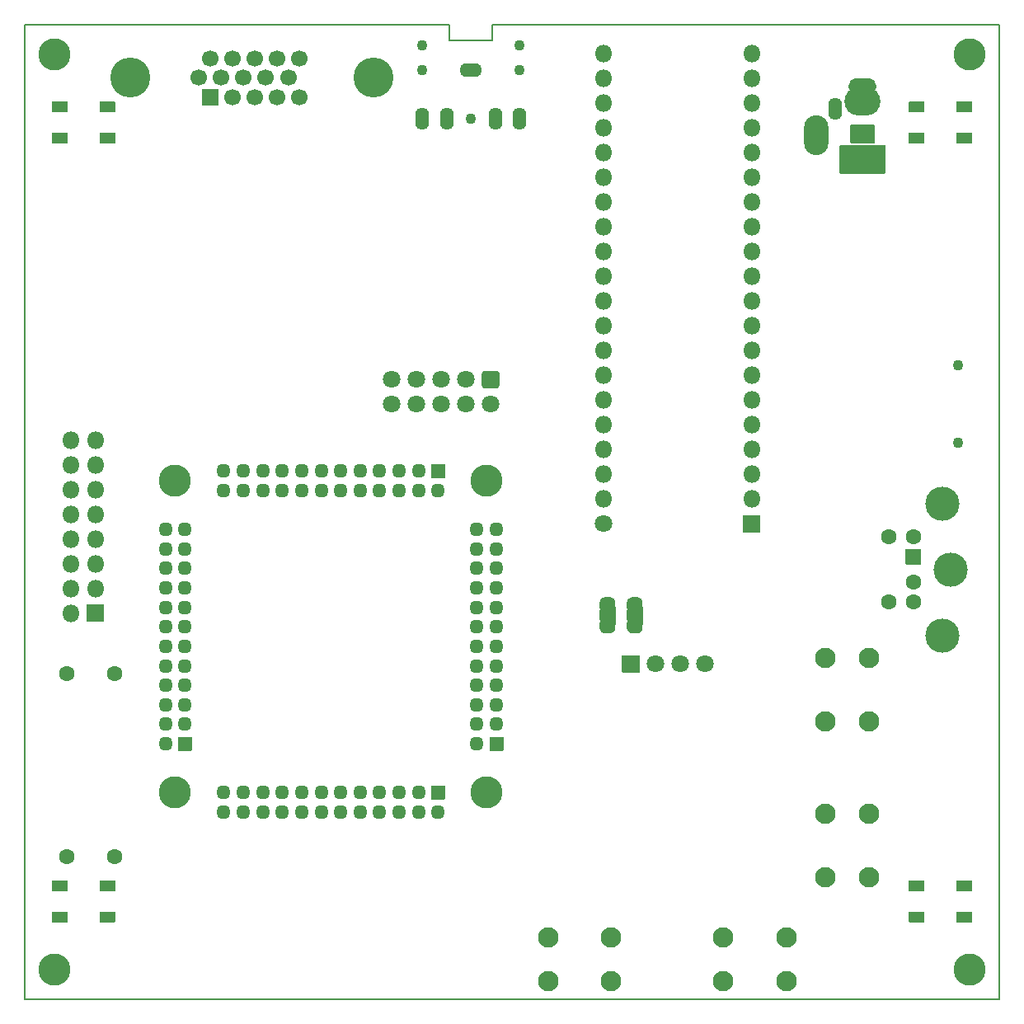
<source format=gbr>
%TF.GenerationSoftware,KiCad,Pcbnew,(5.1.10)-1*%
%TF.CreationDate,2022-11-11T04:49:51+00:00*%
%TF.ProjectId,HeikouBox,4865696b-6f75-4426-9f78-2e6b69636164,rev?*%
%TF.SameCoordinates,Original*%
%TF.FileFunction,Soldermask,Bot*%
%TF.FilePolarity,Negative*%
%FSLAX46Y46*%
G04 Gerber Fmt 4.6, Leading zero omitted, Abs format (unit mm)*
G04 Created by KiCad (PCBNEW (5.1.10)-1) date 2022-11-11 04:49:51*
%MOMM*%
%LPD*%
G01*
G04 APERTURE LIST*
%ADD10C,0.400000*%
%TA.AperFunction,Profile*%
%ADD11C,0.150000*%
%TD*%
%ADD12O,1.800000X1.800000*%
%ADD13C,1.800000*%
%ADD14C,0.100000*%
%ADD15O,2.900000X1.700000*%
%ADD16O,1.400000X2.300000*%
%ADD17O,3.700000X2.900000*%
%ADD18O,2.500000X4.100000*%
%ADD19C,3.500000*%
%ADD20C,1.600000*%
%ADD21C,1.100000*%
%ADD22O,2.300000X1.400000*%
%ADD23C,3.300000*%
%ADD24O,1.450000X1.450000*%
%ADD25C,2.100000*%
%ADD26C,1.700000*%
%ADD27C,4.100000*%
G04 APERTURE END LIST*
D10*
G36*
X78000000Y-81800000D02*
G01*
X76800000Y-81800000D01*
X76800000Y-80200000D01*
X78000000Y-80200000D01*
X78000000Y-81800000D01*
G37*
X78000000Y-81800000D02*
X76800000Y-81800000D01*
X76800000Y-80200000D01*
X78000000Y-80200000D01*
X78000000Y-81800000D01*
G36*
X75200000Y-81800000D02*
G01*
X74000000Y-81800000D01*
X74000000Y-80200000D01*
X75200000Y-80200000D01*
X75200000Y-81800000D01*
G37*
X75200000Y-81800000D02*
X74000000Y-81800000D01*
X74000000Y-80200000D01*
X75200000Y-80200000D01*
X75200000Y-81800000D01*
D11*
X62800000Y-20400000D02*
X114800000Y-20400000D01*
X62800000Y-22000000D02*
X62800000Y-20400000D01*
X58400000Y-22000000D02*
X62800000Y-22000000D01*
X58400000Y-20400000D02*
X58400000Y-22000000D01*
X114800000Y-120400000D02*
X114800000Y-20400000D01*
X14800000Y-120400000D02*
X114800000Y-120400000D01*
X14800000Y-20400000D02*
X14800000Y-120400000D01*
X58400000Y-20400000D02*
X14800000Y-20400000D01*
D12*
%TO.C,U501*%
X74160000Y-36040000D03*
X74160000Y-30960000D03*
X74160000Y-43660000D03*
X74160000Y-58900000D03*
X74160000Y-53820000D03*
X74160000Y-61440000D03*
X74160000Y-23340000D03*
X74160000Y-46200000D03*
X74160000Y-28420000D03*
X74160000Y-41120000D03*
X74160000Y-56360000D03*
X74160000Y-48740000D03*
X74160000Y-66520000D03*
X74160000Y-69060000D03*
X74160000Y-51280000D03*
D13*
X74160000Y-71600000D03*
D12*
X74160000Y-38580000D03*
X74160000Y-25880000D03*
X74160000Y-33500000D03*
X74160000Y-63980000D03*
X89400000Y-33500000D03*
G36*
G01*
X90300000Y-70750000D02*
X90300000Y-72450000D01*
G75*
G02*
X90250000Y-72500000I-50000J0D01*
G01*
X88550000Y-72500000D01*
G75*
G02*
X88500000Y-72450000I0J50000D01*
G01*
X88500000Y-70750000D01*
G75*
G02*
X88550000Y-70700000I50000J0D01*
G01*
X90250000Y-70700000D01*
G75*
G02*
X90300000Y-70750000I0J-50000D01*
G01*
G37*
X89400000Y-38580000D03*
X89400000Y-41120000D03*
X89400000Y-48740000D03*
X89400000Y-53820000D03*
X89400000Y-30960000D03*
X89400000Y-63980000D03*
X89400000Y-61440000D03*
X89400000Y-28420000D03*
X89400000Y-51280000D03*
X89400000Y-56360000D03*
X89400000Y-36040000D03*
X89400000Y-46200000D03*
X89400000Y-23340000D03*
X89400000Y-25880000D03*
X89400000Y-43660000D03*
X89400000Y-58900000D03*
X89400000Y-69060000D03*
X89400000Y-66520000D03*
%TD*%
D13*
%TO.C,DS501*%
X84620000Y-86000000D03*
X82080000Y-86000000D03*
X79540000Y-86000000D03*
G36*
G01*
X76100000Y-86850000D02*
X76100000Y-85150000D01*
G75*
G02*
X76150000Y-85100000I50000J0D01*
G01*
X77850000Y-85100000D01*
G75*
G02*
X77900000Y-85150000I0J-50000D01*
G01*
X77900000Y-86850000D01*
G75*
G02*
X77850000Y-86900000I-50000J0D01*
G01*
X76150000Y-86900000D01*
G75*
G02*
X76100000Y-86850000I0J50000D01*
G01*
G37*
%TD*%
D14*
%TO.C,JP502*%
G36*
X75399039Y-80259755D02*
G01*
X75396194Y-80269134D01*
X75391573Y-80277779D01*
X75385355Y-80285355D01*
X75377779Y-80291573D01*
X75369134Y-80296194D01*
X75359755Y-80299039D01*
X75350000Y-80300000D01*
X73850000Y-80300000D01*
X73840245Y-80299039D01*
X73830866Y-80296194D01*
X73822221Y-80291573D01*
X73814645Y-80285355D01*
X73808427Y-80277779D01*
X73803806Y-80269134D01*
X73800961Y-80259755D01*
X73800000Y-80250000D01*
X73800000Y-79700000D01*
X73800602Y-79693889D01*
X73800602Y-79675466D01*
X73800843Y-79670565D01*
X73805653Y-79621734D01*
X73806373Y-79616881D01*
X73815945Y-79568756D01*
X73817137Y-79563995D01*
X73831381Y-79517040D01*
X73833034Y-79512421D01*
X73851811Y-79467088D01*
X73853909Y-79462651D01*
X73877040Y-79419378D01*
X73879562Y-79415171D01*
X73906822Y-79374372D01*
X73909746Y-79370430D01*
X73940874Y-79332501D01*
X73944169Y-79328866D01*
X73978866Y-79294169D01*
X73982501Y-79290874D01*
X74020430Y-79259746D01*
X74024372Y-79256822D01*
X74065171Y-79229562D01*
X74069378Y-79227040D01*
X74112651Y-79203909D01*
X74117088Y-79201811D01*
X74162421Y-79183034D01*
X74167040Y-79181381D01*
X74213995Y-79167137D01*
X74218756Y-79165945D01*
X74266881Y-79156373D01*
X74271734Y-79155653D01*
X74320565Y-79150843D01*
X74325466Y-79150602D01*
X74343889Y-79150602D01*
X74350000Y-79150000D01*
X74850000Y-79150000D01*
X74856111Y-79150602D01*
X74874534Y-79150602D01*
X74879435Y-79150843D01*
X74928266Y-79155653D01*
X74933119Y-79156373D01*
X74981244Y-79165945D01*
X74986005Y-79167137D01*
X75032960Y-79181381D01*
X75037579Y-79183034D01*
X75082912Y-79201811D01*
X75087349Y-79203909D01*
X75130622Y-79227040D01*
X75134829Y-79229562D01*
X75175628Y-79256822D01*
X75179570Y-79259746D01*
X75217499Y-79290874D01*
X75221134Y-79294169D01*
X75255831Y-79328866D01*
X75259126Y-79332501D01*
X75290254Y-79370430D01*
X75293178Y-79374372D01*
X75320438Y-79415171D01*
X75322960Y-79419378D01*
X75346091Y-79462651D01*
X75348189Y-79467088D01*
X75366966Y-79512421D01*
X75368619Y-79517040D01*
X75382863Y-79563995D01*
X75384055Y-79568756D01*
X75393627Y-79616881D01*
X75394347Y-79621734D01*
X75399157Y-79670565D01*
X75399398Y-79675466D01*
X75399398Y-79693889D01*
X75400000Y-79700000D01*
X75400000Y-80250000D01*
X75399039Y-80259755D01*
G37*
G36*
X75399398Y-82306111D02*
G01*
X75399398Y-82324534D01*
X75399157Y-82329435D01*
X75394347Y-82378266D01*
X75393627Y-82383119D01*
X75384055Y-82431244D01*
X75382863Y-82436005D01*
X75368619Y-82482960D01*
X75366966Y-82487579D01*
X75348189Y-82532912D01*
X75346091Y-82537349D01*
X75322960Y-82580622D01*
X75320438Y-82584829D01*
X75293178Y-82625628D01*
X75290254Y-82629570D01*
X75259126Y-82667499D01*
X75255831Y-82671134D01*
X75221134Y-82705831D01*
X75217499Y-82709126D01*
X75179570Y-82740254D01*
X75175628Y-82743178D01*
X75134829Y-82770438D01*
X75130622Y-82772960D01*
X75087349Y-82796091D01*
X75082912Y-82798189D01*
X75037579Y-82816966D01*
X75032960Y-82818619D01*
X74986005Y-82832863D01*
X74981244Y-82834055D01*
X74933119Y-82843627D01*
X74928266Y-82844347D01*
X74879435Y-82849157D01*
X74874534Y-82849398D01*
X74856111Y-82849398D01*
X74850000Y-82850000D01*
X74350000Y-82850000D01*
X74343889Y-82849398D01*
X74325466Y-82849398D01*
X74320565Y-82849157D01*
X74271734Y-82844347D01*
X74266881Y-82843627D01*
X74218756Y-82834055D01*
X74213995Y-82832863D01*
X74167040Y-82818619D01*
X74162421Y-82816966D01*
X74117088Y-82798189D01*
X74112651Y-82796091D01*
X74069378Y-82772960D01*
X74065171Y-82770438D01*
X74024372Y-82743178D01*
X74020430Y-82740254D01*
X73982501Y-82709126D01*
X73978866Y-82705831D01*
X73944169Y-82671134D01*
X73940874Y-82667499D01*
X73909746Y-82629570D01*
X73906822Y-82625628D01*
X73879562Y-82584829D01*
X73877040Y-82580622D01*
X73853909Y-82537349D01*
X73851811Y-82532912D01*
X73833034Y-82487579D01*
X73831381Y-82482960D01*
X73817137Y-82436005D01*
X73815945Y-82431244D01*
X73806373Y-82383119D01*
X73805653Y-82378266D01*
X73800843Y-82329435D01*
X73800602Y-82324534D01*
X73800602Y-82306111D01*
X73800000Y-82300000D01*
X73800000Y-81750000D01*
X73800961Y-81740245D01*
X73803806Y-81730866D01*
X73808427Y-81722221D01*
X73814645Y-81714645D01*
X73822221Y-81708427D01*
X73830866Y-81703806D01*
X73840245Y-81700961D01*
X73850000Y-81700000D01*
X75350000Y-81700000D01*
X75359755Y-81700961D01*
X75369134Y-81703806D01*
X75377779Y-81708427D01*
X75385355Y-81714645D01*
X75391573Y-81722221D01*
X75396194Y-81730866D01*
X75399039Y-81740245D01*
X75400000Y-81750000D01*
X75400000Y-82300000D01*
X75399398Y-82306111D01*
G37*
G36*
G01*
X73850000Y-80450000D02*
X75350000Y-80450000D01*
G75*
G02*
X75400000Y-80500000I0J-50000D01*
G01*
X75400000Y-81500000D01*
G75*
G02*
X75350000Y-81550000I-50000J0D01*
G01*
X73850000Y-81550000D01*
G75*
G02*
X73800000Y-81500000I0J50000D01*
G01*
X73800000Y-80500000D01*
G75*
G02*
X73850000Y-80450000I50000J0D01*
G01*
G37*
%TD*%
%TO.C,JP503*%
G36*
X76600961Y-81740245D02*
G01*
X76603806Y-81730866D01*
X76608427Y-81722221D01*
X76614645Y-81714645D01*
X76622221Y-81708427D01*
X76630866Y-81703806D01*
X76640245Y-81700961D01*
X76650000Y-81700000D01*
X78150000Y-81700000D01*
X78159755Y-81700961D01*
X78169134Y-81703806D01*
X78177779Y-81708427D01*
X78185355Y-81714645D01*
X78191573Y-81722221D01*
X78196194Y-81730866D01*
X78199039Y-81740245D01*
X78200000Y-81750000D01*
X78200000Y-82300000D01*
X78199398Y-82306111D01*
X78199398Y-82324534D01*
X78199157Y-82329435D01*
X78194347Y-82378266D01*
X78193627Y-82383119D01*
X78184055Y-82431244D01*
X78182863Y-82436005D01*
X78168619Y-82482960D01*
X78166966Y-82487579D01*
X78148189Y-82532912D01*
X78146091Y-82537349D01*
X78122960Y-82580622D01*
X78120438Y-82584829D01*
X78093178Y-82625628D01*
X78090254Y-82629570D01*
X78059126Y-82667499D01*
X78055831Y-82671134D01*
X78021134Y-82705831D01*
X78017499Y-82709126D01*
X77979570Y-82740254D01*
X77975628Y-82743178D01*
X77934829Y-82770438D01*
X77930622Y-82772960D01*
X77887349Y-82796091D01*
X77882912Y-82798189D01*
X77837579Y-82816966D01*
X77832960Y-82818619D01*
X77786005Y-82832863D01*
X77781244Y-82834055D01*
X77733119Y-82843627D01*
X77728266Y-82844347D01*
X77679435Y-82849157D01*
X77674534Y-82849398D01*
X77656111Y-82849398D01*
X77650000Y-82850000D01*
X77150000Y-82850000D01*
X77143889Y-82849398D01*
X77125466Y-82849398D01*
X77120565Y-82849157D01*
X77071734Y-82844347D01*
X77066881Y-82843627D01*
X77018756Y-82834055D01*
X77013995Y-82832863D01*
X76967040Y-82818619D01*
X76962421Y-82816966D01*
X76917088Y-82798189D01*
X76912651Y-82796091D01*
X76869378Y-82772960D01*
X76865171Y-82770438D01*
X76824372Y-82743178D01*
X76820430Y-82740254D01*
X76782501Y-82709126D01*
X76778866Y-82705831D01*
X76744169Y-82671134D01*
X76740874Y-82667499D01*
X76709746Y-82629570D01*
X76706822Y-82625628D01*
X76679562Y-82584829D01*
X76677040Y-82580622D01*
X76653909Y-82537349D01*
X76651811Y-82532912D01*
X76633034Y-82487579D01*
X76631381Y-82482960D01*
X76617137Y-82436005D01*
X76615945Y-82431244D01*
X76606373Y-82383119D01*
X76605653Y-82378266D01*
X76600843Y-82329435D01*
X76600602Y-82324534D01*
X76600602Y-82306111D01*
X76600000Y-82300000D01*
X76600000Y-81750000D01*
X76600961Y-81740245D01*
G37*
G36*
X76600602Y-79693889D02*
G01*
X76600602Y-79675466D01*
X76600843Y-79670565D01*
X76605653Y-79621734D01*
X76606373Y-79616881D01*
X76615945Y-79568756D01*
X76617137Y-79563995D01*
X76631381Y-79517040D01*
X76633034Y-79512421D01*
X76651811Y-79467088D01*
X76653909Y-79462651D01*
X76677040Y-79419378D01*
X76679562Y-79415171D01*
X76706822Y-79374372D01*
X76709746Y-79370430D01*
X76740874Y-79332501D01*
X76744169Y-79328866D01*
X76778866Y-79294169D01*
X76782501Y-79290874D01*
X76820430Y-79259746D01*
X76824372Y-79256822D01*
X76865171Y-79229562D01*
X76869378Y-79227040D01*
X76912651Y-79203909D01*
X76917088Y-79201811D01*
X76962421Y-79183034D01*
X76967040Y-79181381D01*
X77013995Y-79167137D01*
X77018756Y-79165945D01*
X77066881Y-79156373D01*
X77071734Y-79155653D01*
X77120565Y-79150843D01*
X77125466Y-79150602D01*
X77143889Y-79150602D01*
X77150000Y-79150000D01*
X77650000Y-79150000D01*
X77656111Y-79150602D01*
X77674534Y-79150602D01*
X77679435Y-79150843D01*
X77728266Y-79155653D01*
X77733119Y-79156373D01*
X77781244Y-79165945D01*
X77786005Y-79167137D01*
X77832960Y-79181381D01*
X77837579Y-79183034D01*
X77882912Y-79201811D01*
X77887349Y-79203909D01*
X77930622Y-79227040D01*
X77934829Y-79229562D01*
X77975628Y-79256822D01*
X77979570Y-79259746D01*
X78017499Y-79290874D01*
X78021134Y-79294169D01*
X78055831Y-79328866D01*
X78059126Y-79332501D01*
X78090254Y-79370430D01*
X78093178Y-79374372D01*
X78120438Y-79415171D01*
X78122960Y-79419378D01*
X78146091Y-79462651D01*
X78148189Y-79467088D01*
X78166966Y-79512421D01*
X78168619Y-79517040D01*
X78182863Y-79563995D01*
X78184055Y-79568756D01*
X78193627Y-79616881D01*
X78194347Y-79621734D01*
X78199157Y-79670565D01*
X78199398Y-79675466D01*
X78199398Y-79693889D01*
X78200000Y-79700000D01*
X78200000Y-80250000D01*
X78199039Y-80259755D01*
X78196194Y-80269134D01*
X78191573Y-80277779D01*
X78185355Y-80285355D01*
X78177779Y-80291573D01*
X78169134Y-80296194D01*
X78159755Y-80299039D01*
X78150000Y-80300000D01*
X76650000Y-80300000D01*
X76640245Y-80299039D01*
X76630866Y-80296194D01*
X76622221Y-80291573D01*
X76614645Y-80285355D01*
X76608427Y-80277779D01*
X76603806Y-80269134D01*
X76600961Y-80259755D01*
X76600000Y-80250000D01*
X76600000Y-79700000D01*
X76600602Y-79693889D01*
G37*
G36*
G01*
X78150000Y-81550000D02*
X76650000Y-81550000D01*
G75*
G02*
X76600000Y-81500000I0J50000D01*
G01*
X76600000Y-80500000D01*
G75*
G02*
X76650000Y-80450000I50000J0D01*
G01*
X78150000Y-80450000D01*
G75*
G02*
X78200000Y-80500000I0J-50000D01*
G01*
X78200000Y-81500000D01*
G75*
G02*
X78150000Y-81550000I-50000J0D01*
G01*
G37*
%TD*%
%TO.C,J101*%
G36*
G01*
X102050000Y-30700000D02*
X102050000Y-32500000D01*
G75*
G02*
X102000000Y-32550000I-50000J0D01*
G01*
X99600000Y-32550000D01*
G75*
G02*
X99550000Y-32500000I0J50000D01*
G01*
X99550000Y-30700000D01*
G75*
G02*
X99600000Y-30650000I50000J0D01*
G01*
X102000000Y-30650000D01*
G75*
G02*
X102050000Y-30700000I0J-50000D01*
G01*
G37*
D15*
X100800000Y-26700000D03*
D16*
X98000000Y-29000000D03*
D17*
X100800000Y-28200000D03*
D18*
X96000000Y-31700000D03*
G36*
G01*
X103150000Y-32800000D02*
X103150000Y-35600000D01*
G75*
G02*
X103100000Y-35650000I-50000J0D01*
G01*
X98500000Y-35650000D01*
G75*
G02*
X98450000Y-35600000I0J50000D01*
G01*
X98450000Y-32800000D01*
G75*
G02*
X98500000Y-32750000I50000J0D01*
G01*
X103100000Y-32750000D01*
G75*
G02*
X103150000Y-32800000I0J-50000D01*
G01*
G37*
%TD*%
D19*
%TO.C,J503*%
X109000000Y-69540000D03*
X109000000Y-83060000D03*
X109810000Y-76300000D03*
D20*
X103510000Y-72950000D03*
X103510000Y-79650000D03*
X106000000Y-72950000D03*
X106000000Y-79650000D03*
G36*
G01*
X105250000Y-74200000D02*
X106750000Y-74200000D01*
G75*
G02*
X106800000Y-74250000I0J-50000D01*
G01*
X106800000Y-75750000D01*
G75*
G02*
X106750000Y-75800000I-50000J0D01*
G01*
X105250000Y-75800000D01*
G75*
G02*
X105200000Y-75750000I0J50000D01*
G01*
X105200000Y-74250000D01*
G75*
G02*
X105250000Y-74200000I50000J0D01*
G01*
G37*
X106000000Y-77600000D03*
%TD*%
%TO.C,D504*%
G36*
G01*
X105550000Y-32500000D02*
X105550000Y-31500000D01*
G75*
G02*
X105600000Y-31450000I50000J0D01*
G01*
X107100000Y-31450000D01*
G75*
G02*
X107150000Y-31500000I0J-50000D01*
G01*
X107150000Y-32500000D01*
G75*
G02*
X107100000Y-32550000I-50000J0D01*
G01*
X105600000Y-32550000D01*
G75*
G02*
X105550000Y-32500000I0J50000D01*
G01*
G37*
G36*
G01*
X105550000Y-29300000D02*
X105550000Y-28300000D01*
G75*
G02*
X105600000Y-28250000I50000J0D01*
G01*
X107100000Y-28250000D01*
G75*
G02*
X107150000Y-28300000I0J-50000D01*
G01*
X107150000Y-29300000D01*
G75*
G02*
X107100000Y-29350000I-50000J0D01*
G01*
X105600000Y-29350000D01*
G75*
G02*
X105550000Y-29300000I0J50000D01*
G01*
G37*
G36*
G01*
X110450000Y-32500000D02*
X110450000Y-31500000D01*
G75*
G02*
X110500000Y-31450000I50000J0D01*
G01*
X112000000Y-31450000D01*
G75*
G02*
X112050000Y-31500000I0J-50000D01*
G01*
X112050000Y-32500000D01*
G75*
G02*
X112000000Y-32550000I-50000J0D01*
G01*
X110500000Y-32550000D01*
G75*
G02*
X110450000Y-32500000I0J50000D01*
G01*
G37*
G36*
G01*
X110450000Y-29300000D02*
X110450000Y-28300000D01*
G75*
G02*
X110500000Y-28250000I50000J0D01*
G01*
X112000000Y-28250000D01*
G75*
G02*
X112050000Y-28300000I0J-50000D01*
G01*
X112050000Y-29300000D01*
G75*
G02*
X112000000Y-29350000I-50000J0D01*
G01*
X110500000Y-29350000D01*
G75*
G02*
X110450000Y-29300000I0J50000D01*
G01*
G37*
%TD*%
%TO.C,D503*%
G36*
G01*
X110450000Y-109300000D02*
X110450000Y-108300000D01*
G75*
G02*
X110500000Y-108250000I50000J0D01*
G01*
X112000000Y-108250000D01*
G75*
G02*
X112050000Y-108300000I0J-50000D01*
G01*
X112050000Y-109300000D01*
G75*
G02*
X112000000Y-109350000I-50000J0D01*
G01*
X110500000Y-109350000D01*
G75*
G02*
X110450000Y-109300000I0J50000D01*
G01*
G37*
G36*
G01*
X110450000Y-112500000D02*
X110450000Y-111500000D01*
G75*
G02*
X110500000Y-111450000I50000J0D01*
G01*
X112000000Y-111450000D01*
G75*
G02*
X112050000Y-111500000I0J-50000D01*
G01*
X112050000Y-112500000D01*
G75*
G02*
X112000000Y-112550000I-50000J0D01*
G01*
X110500000Y-112550000D01*
G75*
G02*
X110450000Y-112500000I0J50000D01*
G01*
G37*
G36*
G01*
X105550000Y-109300000D02*
X105550000Y-108300000D01*
G75*
G02*
X105600000Y-108250000I50000J0D01*
G01*
X107100000Y-108250000D01*
G75*
G02*
X107150000Y-108300000I0J-50000D01*
G01*
X107150000Y-109300000D01*
G75*
G02*
X107100000Y-109350000I-50000J0D01*
G01*
X105600000Y-109350000D01*
G75*
G02*
X105550000Y-109300000I0J50000D01*
G01*
G37*
G36*
G01*
X105550000Y-112500000D02*
X105550000Y-111500000D01*
G75*
G02*
X105600000Y-111450000I50000J0D01*
G01*
X107100000Y-111450000D01*
G75*
G02*
X107150000Y-111500000I0J-50000D01*
G01*
X107150000Y-112500000D01*
G75*
G02*
X107100000Y-112550000I-50000J0D01*
G01*
X105600000Y-112550000D01*
G75*
G02*
X105550000Y-112500000I0J50000D01*
G01*
G37*
%TD*%
%TO.C,D502*%
G36*
G01*
X22450000Y-109300000D02*
X22450000Y-108300000D01*
G75*
G02*
X22500000Y-108250000I50000J0D01*
G01*
X24000000Y-108250000D01*
G75*
G02*
X24050000Y-108300000I0J-50000D01*
G01*
X24050000Y-109300000D01*
G75*
G02*
X24000000Y-109350000I-50000J0D01*
G01*
X22500000Y-109350000D01*
G75*
G02*
X22450000Y-109300000I0J50000D01*
G01*
G37*
G36*
G01*
X22450000Y-112500000D02*
X22450000Y-111500000D01*
G75*
G02*
X22500000Y-111450000I50000J0D01*
G01*
X24000000Y-111450000D01*
G75*
G02*
X24050000Y-111500000I0J-50000D01*
G01*
X24050000Y-112500000D01*
G75*
G02*
X24000000Y-112550000I-50000J0D01*
G01*
X22500000Y-112550000D01*
G75*
G02*
X22450000Y-112500000I0J50000D01*
G01*
G37*
G36*
G01*
X17550000Y-109300000D02*
X17550000Y-108300000D01*
G75*
G02*
X17600000Y-108250000I50000J0D01*
G01*
X19100000Y-108250000D01*
G75*
G02*
X19150000Y-108300000I0J-50000D01*
G01*
X19150000Y-109300000D01*
G75*
G02*
X19100000Y-109350000I-50000J0D01*
G01*
X17600000Y-109350000D01*
G75*
G02*
X17550000Y-109300000I0J50000D01*
G01*
G37*
G36*
G01*
X17550000Y-112500000D02*
X17550000Y-111500000D01*
G75*
G02*
X17600000Y-111450000I50000J0D01*
G01*
X19100000Y-111450000D01*
G75*
G02*
X19150000Y-111500000I0J-50000D01*
G01*
X19150000Y-112500000D01*
G75*
G02*
X19100000Y-112550000I-50000J0D01*
G01*
X17600000Y-112550000D01*
G75*
G02*
X17550000Y-112500000I0J50000D01*
G01*
G37*
%TD*%
%TO.C,D501*%
G36*
G01*
X22450000Y-29300000D02*
X22450000Y-28300000D01*
G75*
G02*
X22500000Y-28250000I50000J0D01*
G01*
X24000000Y-28250000D01*
G75*
G02*
X24050000Y-28300000I0J-50000D01*
G01*
X24050000Y-29300000D01*
G75*
G02*
X24000000Y-29350000I-50000J0D01*
G01*
X22500000Y-29350000D01*
G75*
G02*
X22450000Y-29300000I0J50000D01*
G01*
G37*
G36*
G01*
X22450000Y-32500000D02*
X22450000Y-31500000D01*
G75*
G02*
X22500000Y-31450000I50000J0D01*
G01*
X24000000Y-31450000D01*
G75*
G02*
X24050000Y-31500000I0J-50000D01*
G01*
X24050000Y-32500000D01*
G75*
G02*
X24000000Y-32550000I-50000J0D01*
G01*
X22500000Y-32550000D01*
G75*
G02*
X22450000Y-32500000I0J50000D01*
G01*
G37*
G36*
G01*
X17550000Y-29300000D02*
X17550000Y-28300000D01*
G75*
G02*
X17600000Y-28250000I50000J0D01*
G01*
X19100000Y-28250000D01*
G75*
G02*
X19150000Y-28300000I0J-50000D01*
G01*
X19150000Y-29300000D01*
G75*
G02*
X19100000Y-29350000I-50000J0D01*
G01*
X17600000Y-29350000D01*
G75*
G02*
X17550000Y-29300000I0J50000D01*
G01*
G37*
G36*
G01*
X17550000Y-32500000D02*
X17550000Y-31500000D01*
G75*
G02*
X17600000Y-31450000I50000J0D01*
G01*
X19100000Y-31450000D01*
G75*
G02*
X19150000Y-31500000I0J-50000D01*
G01*
X19150000Y-32500000D01*
G75*
G02*
X19100000Y-32550000I-50000J0D01*
G01*
X17600000Y-32550000D01*
G75*
G02*
X17550000Y-32500000I0J50000D01*
G01*
G37*
%TD*%
D21*
%TO.C,J302*%
X60600000Y-30000000D03*
X65600000Y-25000000D03*
X65600000Y-22500000D03*
X55600000Y-25000000D03*
X55600000Y-22500000D03*
D16*
X63100000Y-30000000D03*
X58100000Y-30000000D03*
D22*
X60600000Y-25000000D03*
D16*
X55600000Y-30000000D03*
X65600000Y-30000000D03*
%TD*%
D21*
%TO.C,J501*%
X110600000Y-55350000D03*
X110600000Y-63330000D03*
%TD*%
D23*
%TO.C,U201*%
X62200000Y-99200000D03*
X30200000Y-99200000D03*
X30200000Y-67200000D03*
X62200000Y-67200000D03*
D24*
X55200000Y-66200000D03*
X43200000Y-66200000D03*
X53200000Y-66200000D03*
X35200000Y-66200000D03*
X57200000Y-68200000D03*
G36*
G01*
X56525000Y-65475000D02*
X57875000Y-65475000D01*
G75*
G02*
X57925000Y-65525000I0J-50000D01*
G01*
X57925000Y-66875000D01*
G75*
G02*
X57875000Y-66925000I-50000J0D01*
G01*
X56525000Y-66925000D01*
G75*
G02*
X56475000Y-66875000I0J50000D01*
G01*
X56475000Y-65525000D01*
G75*
G02*
X56525000Y-65475000I50000J0D01*
G01*
G37*
X43200000Y-68200000D03*
X39200000Y-68200000D03*
X39200000Y-66200000D03*
X49200000Y-66200000D03*
X37200000Y-66200000D03*
X53200000Y-68200000D03*
X51200000Y-68200000D03*
X45200000Y-68200000D03*
X45200000Y-66200000D03*
X49200000Y-68200000D03*
X35200000Y-68200000D03*
X51200000Y-66200000D03*
X47200000Y-68200000D03*
X41200000Y-68200000D03*
X47200000Y-66200000D03*
X55200000Y-68200000D03*
X37200000Y-68200000D03*
X41200000Y-66200000D03*
X31200000Y-82200000D03*
X31200000Y-88200000D03*
X29200000Y-78200000D03*
X29200000Y-72200000D03*
X29200000Y-76200000D03*
X31200000Y-78200000D03*
X29200000Y-82200000D03*
X29200000Y-74200000D03*
X29200000Y-90200000D03*
X29200000Y-80200000D03*
X31200000Y-72200000D03*
X29200000Y-92200000D03*
X31200000Y-84200000D03*
G36*
G01*
X31925000Y-93525000D02*
X31925000Y-94875000D01*
G75*
G02*
X31875000Y-94925000I-50000J0D01*
G01*
X30525000Y-94925000D01*
G75*
G02*
X30475000Y-94875000I0J50000D01*
G01*
X30475000Y-93525000D01*
G75*
G02*
X30525000Y-93475000I50000J0D01*
G01*
X31875000Y-93475000D01*
G75*
G02*
X31925000Y-93525000I0J-50000D01*
G01*
G37*
X29200000Y-94200000D03*
X31200000Y-74200000D03*
X31200000Y-86200000D03*
X29200000Y-84200000D03*
X31200000Y-76200000D03*
X31200000Y-92200000D03*
X31200000Y-80200000D03*
X31200000Y-90200000D03*
X29200000Y-86200000D03*
X29200000Y-88200000D03*
X45200000Y-99200000D03*
X51200000Y-99200000D03*
X41200000Y-101200000D03*
X35200000Y-101200000D03*
X39200000Y-101200000D03*
X41200000Y-99200000D03*
X45200000Y-101200000D03*
X37200000Y-101200000D03*
X53200000Y-101200000D03*
X43200000Y-101200000D03*
X35200000Y-99200000D03*
X55200000Y-101200000D03*
X47200000Y-99200000D03*
G36*
G01*
X56525000Y-98475000D02*
X57875000Y-98475000D01*
G75*
G02*
X57925000Y-98525000I0J-50000D01*
G01*
X57925000Y-99875000D01*
G75*
G02*
X57875000Y-99925000I-50000J0D01*
G01*
X56525000Y-99925000D01*
G75*
G02*
X56475000Y-99875000I0J50000D01*
G01*
X56475000Y-98525000D01*
G75*
G02*
X56525000Y-98475000I50000J0D01*
G01*
G37*
X57200000Y-101200000D03*
X37200000Y-99200000D03*
X49200000Y-99200000D03*
X47200000Y-101200000D03*
X39200000Y-99200000D03*
X55200000Y-99200000D03*
X43200000Y-99200000D03*
X53200000Y-99200000D03*
X49200000Y-101200000D03*
X51200000Y-101200000D03*
X61200000Y-94200000D03*
X61200000Y-90200000D03*
X61200000Y-88200000D03*
X63200000Y-84200000D03*
X63200000Y-92200000D03*
G36*
G01*
X63925000Y-93525000D02*
X63925000Y-94875000D01*
G75*
G02*
X63875000Y-94925000I-50000J0D01*
G01*
X62525000Y-94925000D01*
G75*
G02*
X62475000Y-94875000I0J50000D01*
G01*
X62475000Y-93525000D01*
G75*
G02*
X62525000Y-93475000I50000J0D01*
G01*
X63875000Y-93475000D01*
G75*
G02*
X63925000Y-93525000I0J-50000D01*
G01*
G37*
X63200000Y-90200000D03*
X61200000Y-84200000D03*
X63200000Y-80200000D03*
X63200000Y-76200000D03*
X61200000Y-74200000D03*
X63200000Y-72200000D03*
X61200000Y-92200000D03*
X61200000Y-86200000D03*
X61200000Y-80200000D03*
X63200000Y-86200000D03*
X63200000Y-74200000D03*
X61200000Y-82200000D03*
X63200000Y-78200000D03*
X61200000Y-76200000D03*
X61200000Y-72200000D03*
X61200000Y-78200000D03*
X63200000Y-88200000D03*
X63200000Y-82200000D03*
%TD*%
D13*
%TO.C,J201*%
X52440000Y-59340000D03*
X54980000Y-59340000D03*
X57520000Y-59340000D03*
X60060000Y-59340000D03*
X62600000Y-59340000D03*
X52440000Y-56800000D03*
X54980000Y-56800000D03*
X57520000Y-56800000D03*
X60060000Y-56800000D03*
G36*
G01*
X61964705Y-55900000D02*
X63235295Y-55900000D01*
G75*
G02*
X63500000Y-56164705I0J-264705D01*
G01*
X63500000Y-57435295D01*
G75*
G02*
X63235295Y-57700000I-264705J0D01*
G01*
X61964705Y-57700000D01*
G75*
G02*
X61700000Y-57435295I0J264705D01*
G01*
X61700000Y-56164705D01*
G75*
G02*
X61964705Y-55900000I264705J0D01*
G01*
G37*
%TD*%
D25*
%TO.C,SW502*%
X86500000Y-118600000D03*
X86500000Y-114100000D03*
X93000000Y-118600000D03*
X93000000Y-114100000D03*
%TD*%
%TO.C,SW504*%
X97000000Y-101400000D03*
X101500000Y-101400000D03*
X97000000Y-107900000D03*
X101500000Y-107900000D03*
%TD*%
%TO.C,SW503*%
X97000000Y-85400000D03*
X101500000Y-85400000D03*
X97000000Y-91900000D03*
X101500000Y-91900000D03*
%TD*%
%TO.C,SW501*%
X68500000Y-118600000D03*
X68500000Y-114100000D03*
X75000000Y-118600000D03*
X75000000Y-114100000D03*
%TD*%
D20*
%TO.C,Y202*%
X24000000Y-105800000D03*
X19120000Y-105800000D03*
%TD*%
%TO.C,Y201*%
X19120000Y-87000000D03*
X24000000Y-87000000D03*
%TD*%
D23*
%TO.C,MH4*%
X111800000Y-117400000D03*
%TD*%
%TO.C,MH3*%
X17800000Y-117400000D03*
%TD*%
%TO.C,MH2*%
X111800000Y-23400000D03*
%TD*%
%TO.C,MH1*%
X17800000Y-23400000D03*
%TD*%
D12*
%TO.C,J202*%
X19460000Y-63020000D03*
X22000000Y-63020000D03*
X19460000Y-65560000D03*
X22000000Y-65560000D03*
X19460000Y-68100000D03*
X22000000Y-68100000D03*
X19460000Y-70640000D03*
X22000000Y-70640000D03*
X19460000Y-73180000D03*
X22000000Y-73180000D03*
X19460000Y-75720000D03*
X22000000Y-75720000D03*
X19460000Y-78260000D03*
X22000000Y-78260000D03*
X19460000Y-80800000D03*
G36*
G01*
X22900000Y-79950000D02*
X22900000Y-81650000D01*
G75*
G02*
X22850000Y-81700000I-50000J0D01*
G01*
X21150000Y-81700000D01*
G75*
G02*
X21100000Y-81650000I0J50000D01*
G01*
X21100000Y-79950000D01*
G75*
G02*
X21150000Y-79900000I50000J0D01*
G01*
X22850000Y-79900000D01*
G75*
G02*
X22900000Y-79950000I0J-50000D01*
G01*
G37*
%TD*%
%TO.C,J301*%
G36*
G01*
X34650000Y-27000000D02*
X34650000Y-28600000D01*
G75*
G02*
X34600000Y-28650000I-50000J0D01*
G01*
X33000000Y-28650000D01*
G75*
G02*
X32950000Y-28600000I0J50000D01*
G01*
X32950000Y-27000000D01*
G75*
G02*
X33000000Y-26950000I50000J0D01*
G01*
X34600000Y-26950000D01*
G75*
G02*
X34650000Y-27000000I0J-50000D01*
G01*
G37*
D26*
X36090000Y-27800000D03*
X38380000Y-27800000D03*
X40670000Y-27800000D03*
X42960000Y-27800000D03*
X32655000Y-25820000D03*
X34945000Y-25820000D03*
X37235000Y-25820000D03*
X39525000Y-25820000D03*
X41815000Y-25820000D03*
X33800000Y-23840000D03*
X36090000Y-23840000D03*
X38380000Y-23840000D03*
X40670000Y-23840000D03*
X42960000Y-23840000D03*
D27*
X50615000Y-25750000D03*
X25615000Y-25750000D03*
%TD*%
M02*

</source>
